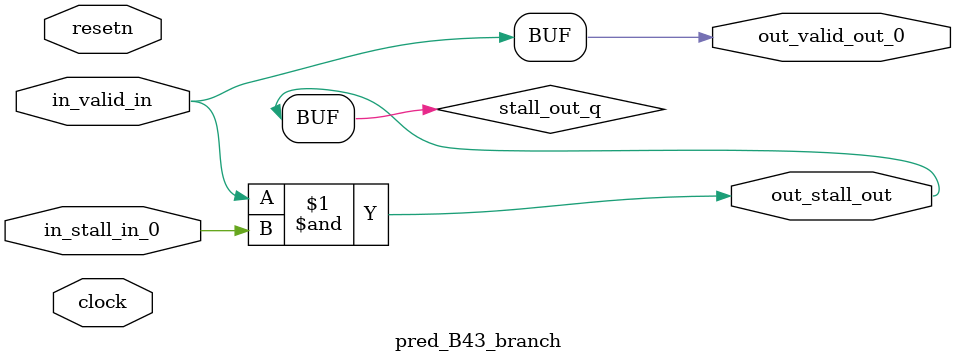
<source format=sv>



(* altera_attribute = "-name AUTO_SHIFT_REGISTER_RECOGNITION OFF; -name MESSAGE_DISABLE 10036; -name MESSAGE_DISABLE 10037; -name MESSAGE_DISABLE 14130; -name MESSAGE_DISABLE 14320; -name MESSAGE_DISABLE 15400; -name MESSAGE_DISABLE 14130; -name MESSAGE_DISABLE 10036; -name MESSAGE_DISABLE 12020; -name MESSAGE_DISABLE 12030; -name MESSAGE_DISABLE 12010; -name MESSAGE_DISABLE 12110; -name MESSAGE_DISABLE 14320; -name MESSAGE_DISABLE 13410; -name MESSAGE_DISABLE 113007; -name MESSAGE_DISABLE 10958" *)
module pred_B43_branch (
    input wire [0:0] in_stall_in_0,
    input wire [0:0] in_valid_in,
    output wire [0:0] out_stall_out,
    output wire [0:0] out_valid_out_0,
    input wire clock,
    input wire resetn
    );

    wire [0:0] stall_out_q;


    // stall_out(LOGICAL,6)
    assign stall_out_q = in_valid_in & in_stall_in_0;

    // out_stall_out(GPOUT,4)
    assign out_stall_out = stall_out_q;

    // out_valid_out_0(GPOUT,5)
    assign out_valid_out_0 = in_valid_in;

endmodule

</source>
